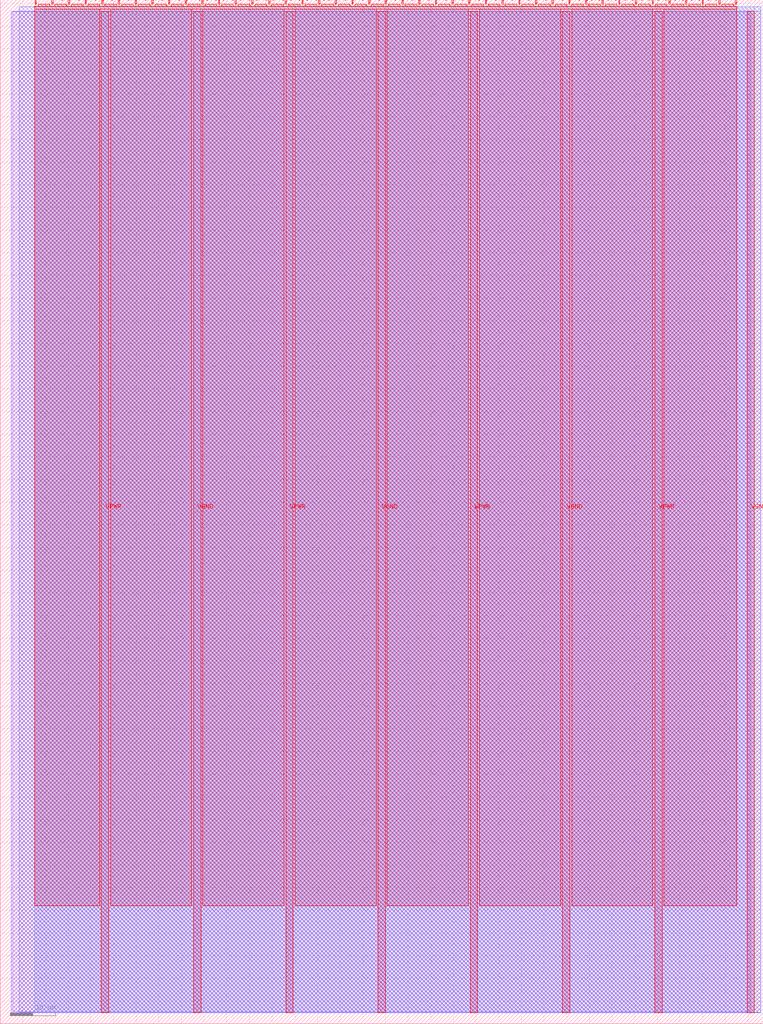
<source format=lef>
VERSION 5.7 ;
  NOWIREEXTENSIONATPIN ON ;
  DIVIDERCHAR "/" ;
  BUSBITCHARS "[]" ;
MACRO tt_um_vc_cpu
  CLASS BLOCK ;
  FOREIGN tt_um_vc_cpu ;
  ORIGIN 0.000 0.000 ;
  SIZE 168.360 BY 225.760 ;
  PIN VGND
    DIRECTION INOUT ;
    USE GROUND ;
    PORT
      LAYER met4 ;
        RECT 42.670 2.480 44.270 223.280 ;
    END
    PORT
      LAYER met4 ;
        RECT 83.380 2.480 84.980 223.280 ;
    END
    PORT
      LAYER met4 ;
        RECT 124.090 2.480 125.690 223.280 ;
    END
    PORT
      LAYER met4 ;
        RECT 164.800 2.480 166.400 223.280 ;
    END
  END VGND
  PIN VPWR
    DIRECTION INOUT ;
    USE POWER ;
    PORT
      LAYER met4 ;
        RECT 22.315 2.480 23.915 223.280 ;
    END
    PORT
      LAYER met4 ;
        RECT 63.025 2.480 64.625 223.280 ;
    END
    PORT
      LAYER met4 ;
        RECT 103.735 2.480 105.335 223.280 ;
    END
    PORT
      LAYER met4 ;
        RECT 144.445 2.480 146.045 223.280 ;
    END
  END VPWR
  PIN clk
    DIRECTION INPUT ;
    USE SIGNAL ;
    ANTENNAGATEAREA 0.852000 ;
    PORT
      LAYER met4 ;
        RECT 158.550 224.760 158.850 225.760 ;
    END
  END clk
  PIN ena
    DIRECTION INPUT ;
    USE SIGNAL ;
    ANTENNAGATEAREA 0.159000 ;
    PORT
      LAYER met4 ;
        RECT 162.230 224.760 162.530 225.760 ;
    END
  END ena
  PIN rst_n
    DIRECTION INPUT ;
    USE SIGNAL ;
    ANTENNAGATEAREA 0.159000 ;
    PORT
      LAYER met4 ;
        RECT 154.870 224.760 155.170 225.760 ;
    END
  END rst_n
  PIN ui_in[0]
    DIRECTION INPUT ;
    USE SIGNAL ;
    ANTENNAGATEAREA 0.196500 ;
    PORT
      LAYER met4 ;
        RECT 151.190 224.760 151.490 225.760 ;
    END
  END ui_in[0]
  PIN ui_in[1]
    DIRECTION INPUT ;
    USE SIGNAL ;
    ANTENNAGATEAREA 0.196500 ;
    PORT
      LAYER met4 ;
        RECT 147.510 224.760 147.810 225.760 ;
    END
  END ui_in[1]
  PIN ui_in[2]
    DIRECTION INPUT ;
    USE SIGNAL ;
    ANTENNAGATEAREA 0.196500 ;
    PORT
      LAYER met4 ;
        RECT 143.830 224.760 144.130 225.760 ;
    END
  END ui_in[2]
  PIN ui_in[3]
    DIRECTION INPUT ;
    USE SIGNAL ;
    ANTENNAGATEAREA 0.196500 ;
    PORT
      LAYER met4 ;
        RECT 140.150 224.760 140.450 225.760 ;
    END
  END ui_in[3]
  PIN ui_in[4]
    DIRECTION INPUT ;
    USE SIGNAL ;
    ANTENNAGATEAREA 0.196500 ;
    PORT
      LAYER met4 ;
        RECT 136.470 224.760 136.770 225.760 ;
    END
  END ui_in[4]
  PIN ui_in[5]
    DIRECTION INPUT ;
    USE SIGNAL ;
    ANTENNAGATEAREA 0.196500 ;
    PORT
      LAYER met4 ;
        RECT 132.790 224.760 133.090 225.760 ;
    END
  END ui_in[5]
  PIN ui_in[6]
    DIRECTION INPUT ;
    USE SIGNAL ;
    ANTENNAGATEAREA 0.196500 ;
    PORT
      LAYER met4 ;
        RECT 129.110 224.760 129.410 225.760 ;
    END
  END ui_in[6]
  PIN ui_in[7]
    DIRECTION INPUT ;
    USE SIGNAL ;
    ANTENNAGATEAREA 0.196500 ;
    PORT
      LAYER met4 ;
        RECT 125.430 224.760 125.730 225.760 ;
    END
  END ui_in[7]
  PIN uio_in[0]
    DIRECTION INPUT ;
    USE SIGNAL ;
    PORT
      LAYER met4 ;
        RECT 121.750 224.760 122.050 225.760 ;
    END
  END uio_in[0]
  PIN uio_in[1]
    DIRECTION INPUT ;
    USE SIGNAL ;
    PORT
      LAYER met4 ;
        RECT 118.070 224.760 118.370 225.760 ;
    END
  END uio_in[1]
  PIN uio_in[2]
    DIRECTION INPUT ;
    USE SIGNAL ;
    PORT
      LAYER met4 ;
        RECT 114.390 224.760 114.690 225.760 ;
    END
  END uio_in[2]
  PIN uio_in[3]
    DIRECTION INPUT ;
    USE SIGNAL ;
    PORT
      LAYER met4 ;
        RECT 110.710 224.760 111.010 225.760 ;
    END
  END uio_in[3]
  PIN uio_in[4]
    DIRECTION INPUT ;
    USE SIGNAL ;
    PORT
      LAYER met4 ;
        RECT 107.030 224.760 107.330 225.760 ;
    END
  END uio_in[4]
  PIN uio_in[5]
    DIRECTION INPUT ;
    USE SIGNAL ;
    PORT
      LAYER met4 ;
        RECT 103.350 224.760 103.650 225.760 ;
    END
  END uio_in[5]
  PIN uio_in[6]
    DIRECTION INPUT ;
    USE SIGNAL ;
    PORT
      LAYER met4 ;
        RECT 99.670 224.760 99.970 225.760 ;
    END
  END uio_in[6]
  PIN uio_in[7]
    DIRECTION INPUT ;
    USE SIGNAL ;
    ANTENNAGATEAREA 0.196500 ;
    PORT
      LAYER met4 ;
        RECT 95.990 224.760 96.290 225.760 ;
    END
  END uio_in[7]
  PIN uio_oe[0]
    DIRECTION OUTPUT TRISTATE ;
    USE SIGNAL ;
    PORT
      LAYER met4 ;
        RECT 33.430 224.760 33.730 225.760 ;
    END
  END uio_oe[0]
  PIN uio_oe[1]
    DIRECTION OUTPUT TRISTATE ;
    USE SIGNAL ;
    PORT
      LAYER met4 ;
        RECT 29.750 224.760 30.050 225.760 ;
    END
  END uio_oe[1]
  PIN uio_oe[2]
    DIRECTION OUTPUT TRISTATE ;
    USE SIGNAL ;
    PORT
      LAYER met4 ;
        RECT 26.070 224.760 26.370 225.760 ;
    END
  END uio_oe[2]
  PIN uio_oe[3]
    DIRECTION OUTPUT TRISTATE ;
    USE SIGNAL ;
    PORT
      LAYER met4 ;
        RECT 22.390 224.760 22.690 225.760 ;
    END
  END uio_oe[3]
  PIN uio_oe[4]
    DIRECTION OUTPUT TRISTATE ;
    USE SIGNAL ;
    PORT
      LAYER met4 ;
        RECT 18.710 224.760 19.010 225.760 ;
    END
  END uio_oe[4]
  PIN uio_oe[5]
    DIRECTION OUTPUT TRISTATE ;
    USE SIGNAL ;
    PORT
      LAYER met4 ;
        RECT 15.030 224.760 15.330 225.760 ;
    END
  END uio_oe[5]
  PIN uio_oe[6]
    DIRECTION OUTPUT TRISTATE ;
    USE SIGNAL ;
    PORT
      LAYER met4 ;
        RECT 11.350 224.760 11.650 225.760 ;
    END
  END uio_oe[6]
  PIN uio_oe[7]
    DIRECTION OUTPUT TRISTATE ;
    USE SIGNAL ;
    PORT
      LAYER met4 ;
        RECT 7.670 224.760 7.970 225.760 ;
    END
  END uio_oe[7]
  PIN uio_out[0]
    DIRECTION OUTPUT TRISTATE ;
    USE SIGNAL ;
    ANTENNADIFFAREA 0.795200 ;
    PORT
      LAYER met4 ;
        RECT 62.870 224.760 63.170 225.760 ;
    END
  END uio_out[0]
  PIN uio_out[1]
    DIRECTION OUTPUT TRISTATE ;
    USE SIGNAL ;
    ANTENNADIFFAREA 0.795200 ;
    PORT
      LAYER met4 ;
        RECT 59.190 224.760 59.490 225.760 ;
    END
  END uio_out[1]
  PIN uio_out[2]
    DIRECTION OUTPUT TRISTATE ;
    USE SIGNAL ;
    ANTENNADIFFAREA 0.795200 ;
    PORT
      LAYER met4 ;
        RECT 55.510 224.760 55.810 225.760 ;
    END
  END uio_out[2]
  PIN uio_out[3]
    DIRECTION OUTPUT TRISTATE ;
    USE SIGNAL ;
    ANTENNADIFFAREA 0.795200 ;
    PORT
      LAYER met4 ;
        RECT 51.830 224.760 52.130 225.760 ;
    END
  END uio_out[3]
  PIN uio_out[4]
    DIRECTION OUTPUT TRISTATE ;
    USE SIGNAL ;
    PORT
      LAYER met4 ;
        RECT 48.150 224.760 48.450 225.760 ;
    END
  END uio_out[4]
  PIN uio_out[5]
    DIRECTION OUTPUT TRISTATE ;
    USE SIGNAL ;
    PORT
      LAYER met4 ;
        RECT 44.470 224.760 44.770 225.760 ;
    END
  END uio_out[5]
  PIN uio_out[6]
    DIRECTION OUTPUT TRISTATE ;
    USE SIGNAL ;
    PORT
      LAYER met4 ;
        RECT 40.790 224.760 41.090 225.760 ;
    END
  END uio_out[6]
  PIN uio_out[7]
    DIRECTION OUTPUT TRISTATE ;
    USE SIGNAL ;
    PORT
      LAYER met4 ;
        RECT 37.110 224.760 37.410 225.760 ;
    END
  END uio_out[7]
  PIN uo_out[0]
    DIRECTION OUTPUT TRISTATE ;
    USE SIGNAL ;
    ANTENNAGATEAREA 0.126000 ;
    ANTENNADIFFAREA 0.445500 ;
    PORT
      LAYER met4 ;
        RECT 92.310 224.760 92.610 225.760 ;
    END
  END uo_out[0]
  PIN uo_out[1]
    DIRECTION OUTPUT TRISTATE ;
    USE SIGNAL ;
    ANTENNAGATEAREA 0.126000 ;
    ANTENNADIFFAREA 0.445500 ;
    PORT
      LAYER met4 ;
        RECT 88.630 224.760 88.930 225.760 ;
    END
  END uo_out[1]
  PIN uo_out[2]
    DIRECTION OUTPUT TRISTATE ;
    USE SIGNAL ;
    ANTENNAGATEAREA 0.126000 ;
    ANTENNADIFFAREA 0.445500 ;
    PORT
      LAYER met4 ;
        RECT 84.950 224.760 85.250 225.760 ;
    END
  END uo_out[2]
  PIN uo_out[3]
    DIRECTION OUTPUT TRISTATE ;
    USE SIGNAL ;
    ANTENNAGATEAREA 0.126000 ;
    ANTENNADIFFAREA 0.445500 ;
    PORT
      LAYER met4 ;
        RECT 81.270 224.760 81.570 225.760 ;
    END
  END uo_out[3]
  PIN uo_out[4]
    DIRECTION OUTPUT TRISTATE ;
    USE SIGNAL ;
    ANTENNAGATEAREA 0.126000 ;
    ANTENNADIFFAREA 0.445500 ;
    PORT
      LAYER met4 ;
        RECT 77.590 224.760 77.890 225.760 ;
    END
  END uo_out[4]
  PIN uo_out[5]
    DIRECTION OUTPUT TRISTATE ;
    USE SIGNAL ;
    ANTENNAGATEAREA 0.126000 ;
    ANTENNADIFFAREA 0.445500 ;
    PORT
      LAYER met4 ;
        RECT 73.910 224.760 74.210 225.760 ;
    END
  END uo_out[5]
  PIN uo_out[6]
    DIRECTION OUTPUT TRISTATE ;
    USE SIGNAL ;
    ANTENNAGATEAREA 0.126000 ;
    ANTENNADIFFAREA 0.445500 ;
    PORT
      LAYER met4 ;
        RECT 70.230 224.760 70.530 225.760 ;
    END
  END uo_out[6]
  PIN uo_out[7]
    DIRECTION OUTPUT TRISTATE ;
    USE SIGNAL ;
    ANTENNAGATEAREA 0.126000 ;
    ANTENNADIFFAREA 0.445500 ;
    PORT
      LAYER met4 ;
        RECT 66.550 224.760 66.850 225.760 ;
    END
  END uo_out[7]
  OBS
      LAYER li1 ;
        RECT 2.760 2.635 165.600 223.125 ;
      LAYER met1 ;
        RECT 2.460 2.480 167.830 223.280 ;
      LAYER met2 ;
        RECT 4.240 2.535 167.800 224.245 ;
      LAYER met3 ;
        RECT 7.630 2.555 166.390 224.225 ;
      LAYER met4 ;
        RECT 8.370 224.360 10.950 224.760 ;
        RECT 12.050 224.360 14.630 224.760 ;
        RECT 15.730 224.360 18.310 224.760 ;
        RECT 19.410 224.360 21.990 224.760 ;
        RECT 23.090 224.360 25.670 224.760 ;
        RECT 26.770 224.360 29.350 224.760 ;
        RECT 30.450 224.360 33.030 224.760 ;
        RECT 34.130 224.360 36.710 224.760 ;
        RECT 37.810 224.360 40.390 224.760 ;
        RECT 41.490 224.360 44.070 224.760 ;
        RECT 45.170 224.360 47.750 224.760 ;
        RECT 48.850 224.360 51.430 224.760 ;
        RECT 52.530 224.360 55.110 224.760 ;
        RECT 56.210 224.360 58.790 224.760 ;
        RECT 59.890 224.360 62.470 224.760 ;
        RECT 63.570 224.360 66.150 224.760 ;
        RECT 67.250 224.360 69.830 224.760 ;
        RECT 70.930 224.360 73.510 224.760 ;
        RECT 74.610 224.360 77.190 224.760 ;
        RECT 78.290 224.360 80.870 224.760 ;
        RECT 81.970 224.360 84.550 224.760 ;
        RECT 85.650 224.360 88.230 224.760 ;
        RECT 89.330 224.360 91.910 224.760 ;
        RECT 93.010 224.360 95.590 224.760 ;
        RECT 96.690 224.360 99.270 224.760 ;
        RECT 100.370 224.360 102.950 224.760 ;
        RECT 104.050 224.360 106.630 224.760 ;
        RECT 107.730 224.360 110.310 224.760 ;
        RECT 111.410 224.360 113.990 224.760 ;
        RECT 115.090 224.360 117.670 224.760 ;
        RECT 118.770 224.360 121.350 224.760 ;
        RECT 122.450 224.360 125.030 224.760 ;
        RECT 126.130 224.360 128.710 224.760 ;
        RECT 129.810 224.360 132.390 224.760 ;
        RECT 133.490 224.360 136.070 224.760 ;
        RECT 137.170 224.360 139.750 224.760 ;
        RECT 140.850 224.360 143.430 224.760 ;
        RECT 144.530 224.360 147.110 224.760 ;
        RECT 148.210 224.360 150.790 224.760 ;
        RECT 151.890 224.360 154.470 224.760 ;
        RECT 155.570 224.360 158.150 224.760 ;
        RECT 159.250 224.360 161.830 224.760 ;
        RECT 7.655 223.680 162.545 224.360 ;
        RECT 7.655 26.015 21.915 223.680 ;
        RECT 24.315 26.015 42.270 223.680 ;
        RECT 44.670 26.015 62.625 223.680 ;
        RECT 65.025 26.015 82.980 223.680 ;
        RECT 85.380 26.015 103.335 223.680 ;
        RECT 105.735 26.015 123.690 223.680 ;
        RECT 126.090 26.015 144.045 223.680 ;
        RECT 146.445 26.015 162.545 223.680 ;
  END
END tt_um_vc_cpu
END LIBRARY


</source>
